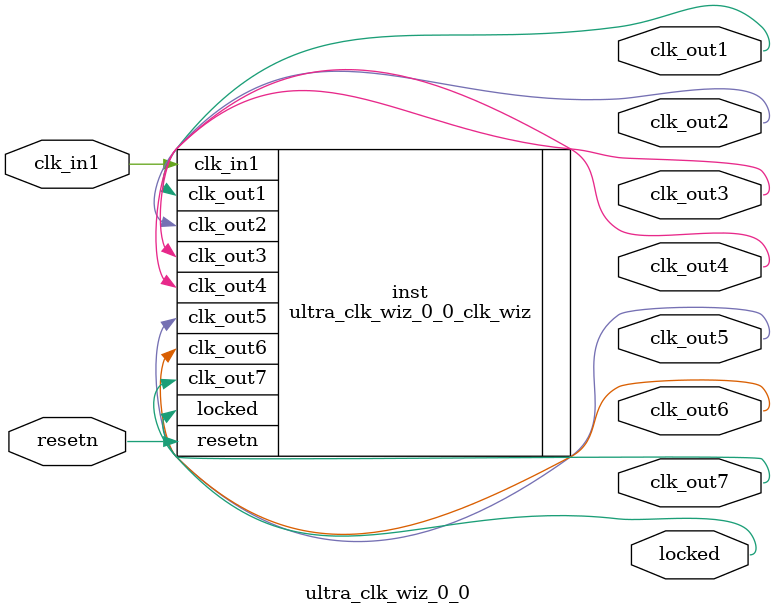
<source format=v>


`timescale 1ps/1ps

(* CORE_GENERATION_INFO = "ultra_clk_wiz_0_0,clk_wiz_v6_0_4_0_0,{component_name=ultra_clk_wiz_0_0,use_phase_alignment=false,use_min_o_jitter=false,use_max_i_jitter=false,use_dyn_phase_shift=false,use_inclk_switchover=false,use_dyn_reconfig=false,enable_axi=0,feedback_source=FDBK_AUTO,PRIMITIVE=MMCM,num_out_clk=7,clkin1_period=10.000,clkin2_period=10.000,use_power_down=false,use_reset=true,use_locked=true,use_inclk_stopped=false,feedback_type=SINGLE,CLOCK_MGR_TYPE=NA,manual_override=false}" *)

module ultra_clk_wiz_0_0 
 (
  // Clock out ports
  output        clk_out1,
  output        clk_out2,
  output        clk_out3,
  output        clk_out4,
  output        clk_out5,
  output        clk_out6,
  output        clk_out7,
  // Status and control signals
  input         resetn,
  output        locked,
 // Clock in ports
  input         clk_in1
 );

  ultra_clk_wiz_0_0_clk_wiz inst
  (
  // Clock out ports  
  .clk_out1(clk_out1),
  .clk_out2(clk_out2),
  .clk_out3(clk_out3),
  .clk_out4(clk_out4),
  .clk_out5(clk_out5),
  .clk_out6(clk_out6),
  .clk_out7(clk_out7),
  // Status and control signals               
  .resetn(resetn), 
  .locked(locked),
 // Clock in ports
  .clk_in1(clk_in1)
  );

endmodule

</source>
